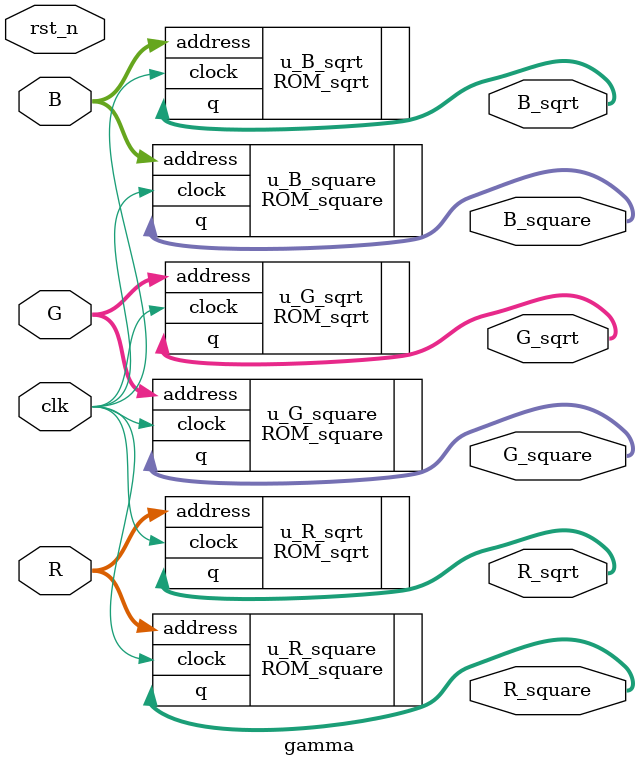
<source format=v>
module gamma (
	input clk,
	input rst_n,
	input [7:0] R, 
	input [7:0] G,
	input [7:0] B,
    // input SW,
	
	// output [7:0] R_GAMMA,
	// output [7:0] G_GAMMA,
	// output [7:0] B_GAMMA
    output [7:0] R_sqrt,
    output [7:0] G_sqrt,
    output [7:0] B_sqrt,
    output [7:0] R_square,
    output [7:0] G_square,
    output [7:0] B_square

	);

    // wire [7:0] R_sqrt;
    // wire [7:0] G_sqrt;
    // wire [7:0] B_sqrt;

    // wire [7:0] R_square;
    // wire [7:0] G_square;
    // wire [7:0] B_square;


    //==========================================================================
    //==    gamma sqrt 图像变亮
    //==========================================================================
    ROM_sqrt u_R_sqrt
    (
        .address                (R        ),
        .clock                  (clk      ),
        .q                      (R_sqrt   )
    );

    ROM_sqrt u_G_sqrt
    (
        .address                (G        ),
        .clock                  (clk      ),
        .q                      (G_sqrt   )
    );

    ROM_sqrt u_B_sqrt
    (
        .address                (B        ),
        .clock                  (clk      ),
        .q                      (B_sqrt   )
    );

    //==========================================================================
    //==    gamma square 图像变暗
    //==========================================================================
    ROM_square u_R_square
    (
        .address                (R         ),
        .clock                  (clk       ),
        .q                      (R_square  )
    );
        

    ROM_square u_G_square
    (
        .address                (G         ),
        .clock                  (clk       ),
        .q                      (G_square  )
    );

    ROM_square u_B_square
    (
        .address                (B         ),
        .clock                  (clk       ),
        .q                      (B_square  )
    );


    // assign R_GAMMA = SW[5]? (SW[4] ? R_square : R_sqrt) : R;
    // assign G_GAMMA = SW[5]? (SW[4] ? G_square : G_sqrt) : G;
    // assign B_GAMMA = SW[5]? (SW[4] ? B_square : B_sqrt) : B;

endmodule

</source>
